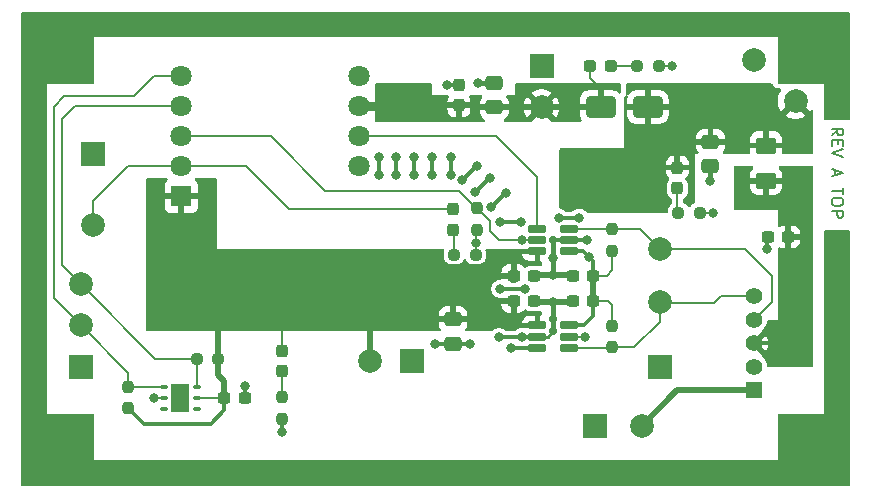
<source format=gtl>
%TF.GenerationSoftware,KiCad,Pcbnew,9.0.0-rc3-13-g9b184afb43*%
%TF.CreationDate,2025-02-16T14:58:27-08:00*%
%TF.ProjectId,Carrier_Board,43617272-6965-4725-9f42-6f6172642e6b,rev?*%
%TF.SameCoordinates,Original*%
%TF.FileFunction,Copper,L1,Top*%
%TF.FilePolarity,Positive*%
%FSLAX46Y46*%
G04 Gerber Fmt 4.6, Leading zero omitted, Abs format (unit mm)*
G04 Created by KiCad (PCBNEW 9.0.0-rc3-13-g9b184afb43) date 2025-02-16 14:58:27*
%MOMM*%
%LPD*%
G01*
G04 APERTURE LIST*
G04 Aperture macros list*
%AMRoundRect*
0 Rectangle with rounded corners*
0 $1 Rounding radius*
0 $2 $3 $4 $5 $6 $7 $8 $9 X,Y pos of 4 corners*
0 Add a 4 corners polygon primitive as box body*
4,1,4,$2,$3,$4,$5,$6,$7,$8,$9,$2,$3,0*
0 Add four circle primitives for the rounded corners*
1,1,$1+$1,$2,$3*
1,1,$1+$1,$4,$5*
1,1,$1+$1,$6,$7*
1,1,$1+$1,$8,$9*
0 Add four rect primitives between the rounded corners*
20,1,$1+$1,$2,$3,$4,$5,0*
20,1,$1+$1,$4,$5,$6,$7,0*
20,1,$1+$1,$6,$7,$8,$9,0*
20,1,$1+$1,$8,$9,$2,$3,0*%
G04 Aperture macros list end*
%TA.AperFunction,Conductor*%
%ADD10C,0.050000*%
%TD*%
%TA.AperFunction,Conductor*%
%ADD11C,0.200000*%
%TD*%
%ADD12C,0.150000*%
%TA.AperFunction,NonConductor*%
%ADD13C,0.150000*%
%TD*%
%TA.AperFunction,ComponentPad*%
%ADD14R,1.800000X1.800000*%
%TD*%
%TA.AperFunction,ComponentPad*%
%ADD15C,1.800000*%
%TD*%
%TA.AperFunction,ComponentPad*%
%ADD16C,2.000000*%
%TD*%
%TA.AperFunction,SMDPad,CuDef*%
%ADD17RoundRect,0.237500X-0.300000X-0.237500X0.300000X-0.237500X0.300000X0.237500X-0.300000X0.237500X0*%
%TD*%
%TA.AperFunction,SMDPad,CuDef*%
%ADD18RoundRect,0.162500X0.617500X0.162500X-0.617500X0.162500X-0.617500X-0.162500X0.617500X-0.162500X0*%
%TD*%
%TA.AperFunction,SMDPad,CuDef*%
%ADD19RoundRect,0.250000X0.475000X-0.337500X0.475000X0.337500X-0.475000X0.337500X-0.475000X-0.337500X0*%
%TD*%
%TA.AperFunction,SMDPad,CuDef*%
%ADD20RoundRect,0.237500X0.300000X0.237500X-0.300000X0.237500X-0.300000X-0.237500X0.300000X-0.237500X0*%
%TD*%
%TA.AperFunction,SMDPad,CuDef*%
%ADD21RoundRect,0.250000X-0.475000X0.337500X-0.475000X-0.337500X0.475000X-0.337500X0.475000X0.337500X0*%
%TD*%
%TA.AperFunction,SMDPad,CuDef*%
%ADD22RoundRect,0.237500X0.237500X-0.287500X0.237500X0.287500X-0.237500X0.287500X-0.237500X-0.287500X0*%
%TD*%
%TA.AperFunction,ComponentPad*%
%ADD23R,2.000000X2.000000*%
%TD*%
%TA.AperFunction,SMDPad,CuDef*%
%ADD24RoundRect,0.237500X-0.250000X-0.237500X0.250000X-0.237500X0.250000X0.237500X-0.250000X0.237500X0*%
%TD*%
%TA.AperFunction,SMDPad,CuDef*%
%ADD25RoundRect,0.162500X-0.617500X-0.162500X0.617500X-0.162500X0.617500X0.162500X-0.617500X0.162500X0*%
%TD*%
%TA.AperFunction,SMDPad,CuDef*%
%ADD26RoundRect,0.250000X-1.000000X-0.650000X1.000000X-0.650000X1.000000X0.650000X-1.000000X0.650000X0*%
%TD*%
%TA.AperFunction,SMDPad,CuDef*%
%ADD27RoundRect,0.237500X0.237500X-0.250000X0.237500X0.250000X-0.237500X0.250000X-0.237500X-0.250000X0*%
%TD*%
%TA.AperFunction,SMDPad,CuDef*%
%ADD28RoundRect,0.237500X0.287500X0.237500X-0.287500X0.237500X-0.287500X-0.237500X0.287500X-0.237500X0*%
%TD*%
%TA.AperFunction,SMDPad,CuDef*%
%ADD29RoundRect,0.237500X-0.237500X0.250000X-0.237500X-0.250000X0.237500X-0.250000X0.237500X0.250000X0*%
%TD*%
%TA.AperFunction,SMDPad,CuDef*%
%ADD30RoundRect,0.250001X-0.624999X0.462499X-0.624999X-0.462499X0.624999X-0.462499X0.624999X0.462499X0*%
%TD*%
%TA.AperFunction,SMDPad,CuDef*%
%ADD31RoundRect,0.237500X-0.237500X0.300000X-0.237500X-0.300000X0.237500X-0.300000X0.237500X0.300000X0*%
%TD*%
%TA.AperFunction,SMDPad,CuDef*%
%ADD32RoundRect,0.237500X0.250000X0.237500X-0.250000X0.237500X-0.250000X-0.237500X0.250000X-0.237500X0*%
%TD*%
%TA.AperFunction,SMDPad,CuDef*%
%ADD33RoundRect,0.100000X-0.200000X-0.100000X0.200000X-0.100000X0.200000X0.100000X-0.200000X0.100000X0*%
%TD*%
%TA.AperFunction,SMDPad,CuDef*%
%ADD34R,1.500000X2.400000*%
%TD*%
%TA.AperFunction,ComponentPad*%
%ADD35R,1.400000X1.400000*%
%TD*%
%TA.AperFunction,ComponentPad*%
%ADD36C,1.400000*%
%TD*%
%TA.AperFunction,ViaPad*%
%ADD37C,0.800000*%
%TD*%
%TA.AperFunction,ViaPad*%
%ADD38C,0.700000*%
%TD*%
%TA.AperFunction,ViaPad*%
%ADD39C,5.000000*%
%TD*%
%TA.AperFunction,Conductor*%
%ADD40C,0.750000*%
%TD*%
%TA.AperFunction,Conductor*%
%ADD41C,0.300000*%
%TD*%
%TA.AperFunction,Conductor*%
%ADD42C,0.500000*%
%TD*%
%TA.AperFunction,Conductor*%
%ADD43C,0.400000*%
%TD*%
%TA.AperFunction,Conductor*%
%ADD44C,0.350000*%
%TD*%
%TA.AperFunction,Conductor*%
%ADD45C,0.250000*%
%TD*%
G04 APERTURE END LIST*
%TO.N,GND*%
D10*
X115000000Y-80000000D02*
X121000000Y-80000000D01*
X121000000Y-86000000D01*
X115000000Y-86000000D01*
X115000000Y-80000000D01*
%TA.AperFunction,Conductor*%
G36*
X115000000Y-80000000D02*
G01*
X121000000Y-80000000D01*
X121000000Y-86000000D01*
X115000000Y-86000000D01*
X115000000Y-80000000D01*
G37*
%TD.AperFunction*%
D11*
X115000000Y-118000000D02*
X185000000Y-118000000D01*
X185000000Y-120000000D01*
X115000000Y-120000000D01*
X115000000Y-118000000D01*
%TA.AperFunction,Conductor*%
G36*
X115000000Y-118000000D02*
G01*
X185000000Y-118000000D01*
X185000000Y-120000000D01*
X115000000Y-120000000D01*
X115000000Y-118000000D01*
G37*
%TD.AperFunction*%
D10*
X179000000Y-114000000D02*
X185000000Y-114000000D01*
X185000000Y-120000000D01*
X179000000Y-120000000D01*
X179000000Y-114000000D01*
%TA.AperFunction,Conductor*%
G36*
X179000000Y-114000000D02*
G01*
X185000000Y-114000000D01*
X185000000Y-120000000D01*
X179000000Y-120000000D01*
X179000000Y-114000000D01*
G37*
%TD.AperFunction*%
X179000000Y-80000000D02*
X185000000Y-80000000D01*
X185000000Y-86000000D01*
X179000000Y-86000000D01*
X179000000Y-80000000D01*
%TA.AperFunction,Conductor*%
G36*
X179000000Y-80000000D02*
G01*
X185000000Y-80000000D01*
X185000000Y-86000000D01*
X179000000Y-86000000D01*
X179000000Y-80000000D01*
G37*
%TD.AperFunction*%
D11*
X185000000Y-89000000D02*
X183000000Y-89000000D01*
X183000000Y-80000000D01*
X185000000Y-80000000D01*
X185000000Y-89000000D01*
%TA.AperFunction,Conductor*%
G36*
X185000000Y-89000000D02*
G01*
X183000000Y-89000000D01*
X183000000Y-80000000D01*
X185000000Y-80000000D01*
X185000000Y-89000000D01*
G37*
%TD.AperFunction*%
D10*
X121000000Y-120000000D02*
X115000000Y-120000000D01*
X115000000Y-114000000D01*
X121000000Y-114000000D01*
X121000000Y-120000000D01*
%TA.AperFunction,Conductor*%
G36*
X121000000Y-120000000D02*
G01*
X115000000Y-120000000D01*
X115000000Y-114000000D01*
X121000000Y-114000000D01*
X121000000Y-120000000D01*
G37*
%TD.AperFunction*%
D11*
X117000000Y-120000000D02*
X115000000Y-120000000D01*
X115000000Y-80000000D01*
X117000000Y-80000000D01*
X117000000Y-120000000D01*
%TA.AperFunction,Conductor*%
G36*
X117000000Y-120000000D02*
G01*
X115000000Y-120000000D01*
X115000000Y-80000000D01*
X117000000Y-80000000D01*
X117000000Y-120000000D01*
G37*
%TD.AperFunction*%
X185000000Y-120000000D02*
X183000000Y-120000000D01*
X183000000Y-98500000D01*
X185000000Y-98500000D01*
X185000000Y-120000000D01*
%TA.AperFunction,Conductor*%
G36*
X185000000Y-120000000D02*
G01*
X183000000Y-120000000D01*
X183000000Y-98500000D01*
X185000000Y-98500000D01*
X185000000Y-120000000D01*
G37*
%TD.AperFunction*%
X115000000Y-80000000D02*
X185000000Y-80000000D01*
X185000000Y-82000000D01*
X115000000Y-82000000D01*
X115000000Y-80000000D01*
%TA.AperFunction,Conductor*%
G36*
X115000000Y-80000000D02*
G01*
X185000000Y-80000000D01*
X185000000Y-82000000D01*
X115000000Y-82000000D01*
X115000000Y-80000000D01*
G37*
%TD.AperFunction*%
D12*
D13*
X183545180Y-90408207D02*
X184021371Y-90074874D01*
X183545180Y-89836779D02*
X184545180Y-89836779D01*
X184545180Y-89836779D02*
X184545180Y-90217731D01*
X184545180Y-90217731D02*
X184497561Y-90312969D01*
X184497561Y-90312969D02*
X184449942Y-90360588D01*
X184449942Y-90360588D02*
X184354704Y-90408207D01*
X184354704Y-90408207D02*
X184211847Y-90408207D01*
X184211847Y-90408207D02*
X184116609Y-90360588D01*
X184116609Y-90360588D02*
X184068990Y-90312969D01*
X184068990Y-90312969D02*
X184021371Y-90217731D01*
X184021371Y-90217731D02*
X184021371Y-89836779D01*
X184068990Y-90836779D02*
X184068990Y-91170112D01*
X183545180Y-91312969D02*
X183545180Y-90836779D01*
X183545180Y-90836779D02*
X184545180Y-90836779D01*
X184545180Y-90836779D02*
X184545180Y-91312969D01*
X184545180Y-91598684D02*
X183545180Y-91932017D01*
X183545180Y-91932017D02*
X184545180Y-92265350D01*
X183830895Y-93312970D02*
X183830895Y-93789160D01*
X183545180Y-93217732D02*
X184545180Y-93551065D01*
X184545180Y-93551065D02*
X183545180Y-93884398D01*
X184545180Y-94836780D02*
X184545180Y-95408208D01*
X183545180Y-95122494D02*
X184545180Y-95122494D01*
X184545180Y-95932018D02*
X184545180Y-96122494D01*
X184545180Y-96122494D02*
X184497561Y-96217732D01*
X184497561Y-96217732D02*
X184402323Y-96312970D01*
X184402323Y-96312970D02*
X184211847Y-96360589D01*
X184211847Y-96360589D02*
X183878514Y-96360589D01*
X183878514Y-96360589D02*
X183688038Y-96312970D01*
X183688038Y-96312970D02*
X183592800Y-96217732D01*
X183592800Y-96217732D02*
X183545180Y-96122494D01*
X183545180Y-96122494D02*
X183545180Y-95932018D01*
X183545180Y-95932018D02*
X183592800Y-95836780D01*
X183592800Y-95836780D02*
X183688038Y-95741542D01*
X183688038Y-95741542D02*
X183878514Y-95693923D01*
X183878514Y-95693923D02*
X184211847Y-95693923D01*
X184211847Y-95693923D02*
X184402323Y-95741542D01*
X184402323Y-95741542D02*
X184497561Y-95836780D01*
X184497561Y-95836780D02*
X184545180Y-95932018D01*
X183545180Y-96789161D02*
X184545180Y-96789161D01*
X184545180Y-96789161D02*
X184545180Y-97170113D01*
X184545180Y-97170113D02*
X184497561Y-97265351D01*
X184497561Y-97265351D02*
X184449942Y-97312970D01*
X184449942Y-97312970D02*
X184354704Y-97360589D01*
X184354704Y-97360589D02*
X184211847Y-97360589D01*
X184211847Y-97360589D02*
X184116609Y-97312970D01*
X184116609Y-97312970D02*
X184068990Y-97265351D01*
X184068990Y-97265351D02*
X184021371Y-97170113D01*
X184021371Y-97170113D02*
X184021371Y-96789161D01*
%TD*%
D14*
%TO.P,U1,1,3V3*%
%TO.N,3V3*%
X128500000Y-95540000D03*
D15*
%TO.P,U1,2,GPIO5*%
%TO.N,/STATUS_LED*%
X128500000Y-93000000D03*
%TO.P,U1,3,GPIO6*%
%TO.N,/CN105_OE*%
X128500000Y-90460000D03*
%TO.P,U1,4,GPIO7*%
%TO.N,/MODULE_SCL*%
X128500000Y-87920000D03*
%TO.P,U1,5,GPIO8*%
%TO.N,/MODULE_SDA*%
X128500000Y-85380000D03*
%TO.P,U1,6,GND*%
%TO.N,GND*%
X143500000Y-85380000D03*
%TO.P,U1,7,5V*%
%TO.N,5V_MODULE*%
X143500000Y-87920000D03*
%TO.P,U1,8,GPIO38*%
%TO.N,/CN105_TX_IN_3V3*%
X143500000Y-90460000D03*
%TO.P,U1,9,GPIO39*%
%TO.N,/CN105_RX_OUT_3V3*%
X143500000Y-93000000D03*
%TD*%
D16*
%TO.P,TP6,1,1*%
%TO.N,/MODULE_SCL*%
X120000000Y-103000000D03*
%TD*%
D17*
%TO.P,C10,1*%
%TO.N,GND*%
X161637500Y-102275000D03*
%TO.P,C10,2*%
%TO.N,5V_CN105*%
X163362500Y-102275000D03*
%TD*%
D18*
%TO.P,U4,1,VCCA*%
%TO.N,5V_CN105*%
X161350000Y-100225000D03*
%TO.P,U4,2,GND*%
%TO.N,GND*%
X161350000Y-99275000D03*
%TO.P,U4,3,A*%
%TO.N,/CN105_TX_IN*%
X161350000Y-98325000D03*
%TO.P,U4,4,BY*%
%TO.N,/CN105_TX_IN_3V3*%
X158650000Y-98325000D03*
%TO.P,U4,5,OE*%
%TO.N,/CN105_OE*%
X158650000Y-99275000D03*
%TO.P,U4,6,VCCB*%
%TO.N,3V3*%
X158650000Y-100225000D03*
%TD*%
D16*
%TO.P,TP4,1,1*%
%TO.N,3V3*%
X144500000Y-109500000D03*
%TD*%
D19*
%TO.P,C5,1*%
%TO.N,GND*%
X173300000Y-93037500D03*
%TO.P,C5,2*%
%TO.N,5V_CN105*%
X173300000Y-90962500D03*
%TD*%
D20*
%TO.P,C8,1*%
%TO.N,GND*%
X158362500Y-102275000D03*
%TO.P,C8,2*%
%TO.N,3V3*%
X156637500Y-102275000D03*
%TD*%
D21*
%TO.P,C4,1*%
%TO.N,GND*%
X155000000Y-85962500D03*
%TO.P,C4,2*%
%TO.N,5V_MODULE*%
X155000000Y-88037500D03*
%TD*%
D22*
%TO.P,D2,1,K*%
%TO.N,Net-(D2-K)*%
X151500000Y-98375000D03*
%TO.P,D2,2,A*%
%TO.N,/STATUS_LED*%
X151500000Y-96625000D03*
%TD*%
D23*
%TO.P,TP2,1,1*%
%TO.N,GND*%
X148000000Y-109500000D03*
%TD*%
D24*
%TO.P,R6,1*%
%TO.N,Net-(D4-K)*%
X170587500Y-97000000D03*
%TO.P,R6,2*%
%TO.N,GND*%
X172412500Y-97000000D03*
%TD*%
D25*
%TO.P,U3,1,VCCA*%
%TO.N,3V3*%
X158650000Y-106500000D03*
%TO.P,U3,2,GND*%
%TO.N,GND*%
X158650000Y-107450000D03*
%TO.P,U3,3,A*%
%TO.N,/CN105_RX_OUT_3V3*%
X158650000Y-108400000D03*
%TO.P,U3,4,BY*%
%TO.N,/CN105_RX_OUT*%
X161350000Y-108400000D03*
%TO.P,U3,5,OE*%
%TO.N,/CN105_OE*%
X161350000Y-107450000D03*
%TO.P,U3,6,VCCB*%
%TO.N,5V_CN105*%
X161350000Y-106500000D03*
%TD*%
D23*
%TO.P,TP16,1,1*%
%TO.N,GND*%
X169000000Y-110000000D03*
%TD*%
D26*
%TO.P,D5,1,K*%
%TO.N,5V_MODULE*%
X164000000Y-88000000D03*
%TO.P,D5,2,A*%
%TO.N,5V_CN105*%
X168000000Y-88000000D03*
%TD*%
D19*
%TO.P,C2,1*%
%TO.N,GND*%
X151500000Y-108037500D03*
%TO.P,C2,2*%
%TO.N,3V3*%
X151500000Y-105962500D03*
%TD*%
D16*
%TO.P,TP11,1,1*%
%TO.N,GND*%
X177000000Y-84000000D03*
%TD*%
D27*
%TO.P,R5,1*%
%TO.N,3V3*%
X124000000Y-113512500D03*
%TO.P,R5,2*%
%TO.N,/MODULE_SDA*%
X124000000Y-111687500D03*
%TD*%
D23*
%TO.P,TP3,1,1*%
%TO.N,GND*%
X121000000Y-92000000D03*
%TD*%
D17*
%TO.P,C6,1*%
%TO.N,GND*%
X178137500Y-99000000D03*
%TO.P,C6,2*%
%TO.N,/CN105_5V_IN*%
X179862500Y-99000000D03*
%TD*%
D28*
%TO.P,D3,1,K*%
%TO.N,Net-(D3-K)*%
X164875000Y-84500000D03*
%TO.P,D3,2,A*%
%TO.N,5V_MODULE*%
X163125000Y-84500000D03*
%TD*%
D22*
%TO.P,D1,1,K*%
%TO.N,Net-(D1-K)*%
X137000000Y-110375000D03*
%TO.P,D1,2,A*%
%TO.N,3V3*%
X137000000Y-108625000D03*
%TD*%
D23*
%TO.P,TP9,1,1*%
%TO.N,GND*%
X159000000Y-84500000D03*
%TD*%
D29*
%TO.P,R1,1*%
%TO.N,Net-(D1-K)*%
X137000000Y-112587500D03*
%TO.P,R1,2*%
%TO.N,GND*%
X137000000Y-114412500D03*
%TD*%
D27*
%TO.P,R8,1*%
%TO.N,5V_CN105*%
X165000000Y-100162500D03*
%TO.P,R8,2*%
%TO.N,/CN105_TX_IN*%
X165000000Y-98337500D03*
%TD*%
D24*
%TO.P,R3,1*%
%TO.N,Net-(D3-K)*%
X167087500Y-84500000D03*
%TO.P,R3,2*%
%TO.N,GND*%
X168912500Y-84500000D03*
%TD*%
D16*
%TO.P,TP7,1,1*%
%TO.N,/MODULE_SDA*%
X120000000Y-106500000D03*
%TD*%
%TO.P,TP8,1,1*%
%TO.N,5V_MODULE*%
X159000000Y-88000000D03*
%TD*%
D29*
%TO.P,R9,1*%
%TO.N,5V_CN105*%
X165000000Y-106537500D03*
%TO.P,R9,2*%
%TO.N,/CN105_RX_OUT*%
X165000000Y-108362500D03*
%TD*%
D30*
%TO.P,F1,1*%
%TO.N,5V_CN105*%
X178000000Y-91262500D03*
%TO.P,F1,2*%
%TO.N,/CN105_5V_IN*%
X178000000Y-94237500D03*
%TD*%
D16*
%TO.P,TP10,1,1*%
%TO.N,5V_CN105*%
X180500000Y-87500000D03*
%TD*%
%TO.P,TP1,1,1*%
%TO.N,/STATUS_LED*%
X121000000Y-98000000D03*
%TD*%
D22*
%TO.P,D4,1,K*%
%TO.N,Net-(D4-K)*%
X170500000Y-94875000D03*
%TO.P,D4,2,A*%
%TO.N,5V_CN105*%
X170500000Y-93125000D03*
%TD*%
D17*
%TO.P,C9,1*%
%TO.N,GND*%
X161637500Y-104450000D03*
%TO.P,C9,2*%
%TO.N,5V_CN105*%
X163362500Y-104450000D03*
%TD*%
D16*
%TO.P,TP12,1,1*%
%TO.N,/12V*%
X167500000Y-115000000D03*
%TD*%
D29*
%TO.P,R7,1*%
%TO.N,/CN105_OE*%
X153500000Y-96587500D03*
%TO.P,R7,2*%
%TO.N,GND*%
X153500000Y-98412500D03*
%TD*%
D31*
%TO.P,C3,1*%
%TO.N,GND*%
X152000000Y-86137500D03*
%TO.P,C3,2*%
%TO.N,5V_MODULE*%
X152000000Y-87862500D03*
%TD*%
D20*
%TO.P,C7,1*%
%TO.N,GND*%
X158362500Y-104450000D03*
%TO.P,C7,2*%
%TO.N,3V3*%
X156637500Y-104450000D03*
%TD*%
D32*
%TO.P,R4,1*%
%TO.N,3V3*%
X131612500Y-109300000D03*
%TO.P,R4,2*%
%TO.N,/MODULE_SCL*%
X129787500Y-109300000D03*
%TD*%
D23*
%TO.P,TP13,1,1*%
%TO.N,GND*%
X163500000Y-115000000D03*
%TD*%
D33*
%TO.P,U2,1,SDA*%
%TO.N,/MODULE_SDA*%
X127000000Y-111700000D03*
%TO.P,U2,2,GND*%
%TO.N,GND*%
X127000000Y-112650000D03*
%TO.P,U2,3,NC*%
%TO.N,unconnected-(U2-NC-Pad3)*%
X127000000Y-113600000D03*
%TO.P,U2,4,NC*%
%TO.N,unconnected-(U2-NC-Pad4)*%
X129800000Y-113600000D03*
%TO.P,U2,5,VCC*%
%TO.N,3V3*%
X129800000Y-112650000D03*
%TO.P,U2,6,SCL*%
%TO.N,/MODULE_SCL*%
X129800000Y-111700000D03*
D34*
%TO.P,U2,7,DAP*%
%TO.N,unconnected-(U2-DAP-Pad7)*%
X128400000Y-112650000D03*
%TD*%
D17*
%TO.P,C1,1*%
%TO.N,3V3*%
X132137500Y-112650000D03*
%TO.P,C1,2*%
%TO.N,GND*%
X133862500Y-112650000D03*
%TD*%
D35*
%TO.P,J1,1,Pin_1*%
%TO.N,/12V*%
X177000000Y-112000000D03*
D36*
%TO.P,J1,2,Pin_2*%
%TO.N,GND*%
X177000000Y-110000000D03*
%TO.P,J1,3,Pin_3*%
%TO.N,/CN105_5V_IN*%
X177000000Y-108000000D03*
%TO.P,J1,4,Pin_4*%
%TO.N,/CN105_TX_IN*%
X177000000Y-106000000D03*
%TO.P,J1,5,Pin_5*%
%TO.N,/CN105_RX_OUT*%
X177000000Y-104000000D03*
%TD*%
D16*
%TO.P,TP14,1,1*%
%TO.N,/CN105_TX_IN*%
X169000000Y-100000000D03*
%TD*%
%TO.P,TP15,1,1*%
%TO.N,/CN105_RX_OUT*%
X169000000Y-104500000D03*
%TD*%
D23*
%TO.P,TP5,1,1*%
%TO.N,GND*%
X120000000Y-110000000D03*
%TD*%
D24*
%TO.P,R2,1*%
%TO.N,Net-(D2-K)*%
X151587500Y-100500000D03*
%TO.P,R2,2*%
%TO.N,GND*%
X153412500Y-100500000D03*
%TD*%
D37*
%TO.N,GND*%
X152300000Y-94200000D03*
X153500000Y-93000000D03*
X145200000Y-92200000D03*
X145200000Y-93800000D03*
X146700000Y-92200000D03*
X146700000Y-93800000D03*
X148200000Y-92200000D03*
X148200000Y-93800000D03*
X136000000Y-81000000D03*
X116000000Y-107000000D03*
D38*
X160000000Y-99225000D03*
D39*
X118000000Y-117000000D03*
D37*
X173500000Y-97000000D03*
X116000000Y-85000000D03*
X120000000Y-85000000D03*
X120000000Y-83000000D03*
X166000000Y-81000000D03*
X184000000Y-87000000D03*
X160000000Y-104500000D03*
X149700000Y-92200000D03*
X116000000Y-115000000D03*
X130000000Y-81000000D03*
X182000000Y-81000000D03*
X184000000Y-101000000D03*
X156000000Y-81000000D03*
X151000000Y-86137500D03*
X116000000Y-105000000D03*
X120000000Y-119000000D03*
X184000000Y-99000000D03*
X153400000Y-95200000D03*
X118000000Y-81000000D03*
X152962500Y-108037500D03*
X172000000Y-119000000D03*
X148000000Y-119000000D03*
X184000000Y-81000000D03*
X134000000Y-119000000D03*
X155400000Y-107500000D03*
X136000000Y-119000000D03*
X160000000Y-100775000D03*
X176000000Y-119000000D03*
X162850000Y-99275000D03*
X158000000Y-81000000D03*
X122000000Y-119000000D03*
X170000000Y-81000000D03*
X184000000Y-103000000D03*
X160000000Y-81000000D03*
X173300000Y-94250000D03*
X128000000Y-81000000D03*
X150000000Y-108037500D03*
X132000000Y-119000000D03*
X184000000Y-83000000D03*
X130000000Y-119000000D03*
X174000000Y-81000000D03*
X120000000Y-115000000D03*
X184000000Y-111000000D03*
X116000000Y-89000000D03*
X178100000Y-100000000D03*
X116000000Y-97000000D03*
X180000000Y-83000000D03*
X162000000Y-119000000D03*
X184000000Y-117000000D03*
X116000000Y-91000000D03*
X116000000Y-119000000D03*
X152000000Y-81000000D03*
X154000000Y-81000000D03*
X142000000Y-81000000D03*
X164000000Y-119000000D03*
X128000000Y-119000000D03*
X116000000Y-87000000D03*
X126000000Y-81000000D03*
X138000000Y-119000000D03*
X176000000Y-81000000D03*
X151300000Y-92200000D03*
X151300000Y-93800000D03*
X146000000Y-81000000D03*
X154750000Y-96500000D03*
X120000000Y-81000000D03*
X116000000Y-93000000D03*
X157250000Y-97750000D03*
X116000000Y-111000000D03*
X118000000Y-119000000D03*
X134000000Y-81000000D03*
X182000000Y-119000000D03*
X184000000Y-115000000D03*
X144000000Y-119000000D03*
X164000000Y-81000000D03*
X148000000Y-81000000D03*
X184000000Y-85000000D03*
X155500000Y-97750000D03*
X120000000Y-117000000D03*
X157316228Y-107451315D03*
X180000000Y-117000000D03*
D38*
X160000000Y-105950000D03*
D37*
X146000000Y-119000000D03*
X124000000Y-81000000D03*
X116000000Y-81000000D03*
X158000000Y-119000000D03*
X180000000Y-115000000D03*
X162200000Y-97400000D03*
X153412500Y-99500000D03*
X184000000Y-107000000D03*
X137000000Y-115500000D03*
X140000000Y-119000000D03*
X116000000Y-103000000D03*
X126150000Y-112650000D03*
X182000000Y-85000000D03*
X160450000Y-97400000D03*
X140000000Y-81000000D03*
X150000000Y-81000000D03*
X182000000Y-115000000D03*
X132000000Y-81000000D03*
X116000000Y-109000000D03*
D39*
X118000000Y-83000000D03*
D37*
X155975000Y-95275000D03*
X178000000Y-81000000D03*
X126000000Y-119000000D03*
X168000000Y-81000000D03*
X118000000Y-85000000D03*
X118000000Y-115000000D03*
X142000000Y-119000000D03*
X153593750Y-85962500D03*
X124000000Y-119000000D03*
X184000000Y-113000000D03*
X138000000Y-81000000D03*
X174000000Y-119000000D03*
X152000000Y-119000000D03*
X144000000Y-81000000D03*
X116000000Y-117000000D03*
X116000000Y-101000000D03*
D39*
X182000000Y-117000000D03*
D38*
X160000000Y-107000000D03*
D37*
X180000000Y-81000000D03*
X155500000Y-103400000D03*
X184000000Y-109000000D03*
X149700000Y-93800000D03*
X170000000Y-84500000D03*
X180000000Y-85000000D03*
X168000000Y-119000000D03*
X156000000Y-119000000D03*
X172000000Y-81000000D03*
X178000000Y-119000000D03*
X116000000Y-83000000D03*
X166000000Y-119000000D03*
X180000000Y-119000000D03*
D39*
X182000000Y-83000000D03*
D37*
X160000000Y-102225000D03*
X184000000Y-119000000D03*
X162000000Y-81000000D03*
X133862500Y-111650000D03*
X150000000Y-119000000D03*
X160000000Y-119000000D03*
X184000000Y-105000000D03*
X116000000Y-95000000D03*
X116000000Y-113000000D03*
X170000000Y-119000000D03*
X122000000Y-81000000D03*
X157600000Y-103400000D03*
X154000000Y-119000000D03*
X154600000Y-94000000D03*
X116000000Y-99000000D03*
%TO.N,5V_CN105*%
X161400000Y-95600000D03*
X161400000Y-96500000D03*
X163000000Y-100700000D03*
X162400000Y-95600000D03*
%TO.N,/CN105_OE*%
X162700000Y-107450000D03*
X157300000Y-99300000D03*
%TO.N,/CN105_RX_OUT_3V3*%
X156400000Y-108400000D03*
%TD*%
D40*
%TO.N,5V_MODULE*%
X143500000Y-87920000D02*
X145380000Y-87920000D01*
D41*
%TO.N,GND*%
X152300000Y-94200000D02*
X153500000Y-93000000D01*
X145200000Y-92200000D02*
X145200000Y-93800000D01*
D11*
%TO.N,/CN105_OE*%
X153487500Y-96587500D02*
X152000000Y-95100000D01*
X136060000Y-90460000D02*
X128500000Y-90460000D01*
X153500000Y-96587500D02*
X153487500Y-96587500D01*
X152000000Y-95100000D02*
X140700000Y-95100000D01*
X140700000Y-95100000D02*
X136060000Y-90460000D01*
%TO.N,/STATUS_LED*%
X134000000Y-93000000D02*
X128500000Y-93000000D01*
X151500000Y-96625000D02*
X137625000Y-96625000D01*
X137625000Y-96625000D02*
X134000000Y-93000000D01*
D41*
%TO.N,GND*%
X146700000Y-92200000D02*
X146700000Y-93800000D01*
X148200000Y-92200000D02*
X148200000Y-93800000D01*
D11*
%TO.N,/CN105_TX_IN_3V3*%
X155160000Y-90460000D02*
X143500000Y-90460000D01*
X158650000Y-93950000D02*
X155160000Y-90460000D01*
X158650000Y-98325000D02*
X158650000Y-93950000D01*
%TO.N,/MODULE_SDA*%
X117700000Y-88000000D02*
X117700000Y-104200000D01*
X117700000Y-104200000D02*
X120000000Y-106500000D01*
X118600000Y-87100000D02*
X117700000Y-88000000D01*
X124500000Y-87100000D02*
X118600000Y-87100000D01*
X126220000Y-85380000D02*
X124500000Y-87100000D01*
X128500000Y-85380000D02*
X126220000Y-85380000D01*
%TO.N,/MODULE_SCL*%
X119480000Y-87920000D02*
X128500000Y-87920000D01*
X118400000Y-89000000D02*
X119480000Y-87920000D01*
X120000000Y-103000000D02*
X118400000Y-101400000D01*
X118400000Y-101400000D02*
X118400000Y-89000000D01*
%TO.N,/STATUS_LED*%
X121000000Y-96000000D02*
X124000000Y-93000000D01*
X124000000Y-93000000D02*
X128500000Y-93000000D01*
X121000000Y-98000000D02*
X121000000Y-96000000D01*
D42*
%TO.N,5V_MODULE*%
X151942500Y-87920000D02*
X152000000Y-87862500D01*
D41*
%TO.N,GND*%
X151300000Y-92200000D02*
X151300000Y-93800000D01*
X151000000Y-86137500D02*
X152000000Y-86137500D01*
X157250000Y-97750000D02*
X155500000Y-97750000D01*
D11*
X127000000Y-112650000D02*
X126900000Y-112650000D01*
D43*
X154956250Y-85962500D02*
X153593750Y-85962500D01*
D44*
X150000000Y-108037500D02*
X151462500Y-108037500D01*
D42*
X160150000Y-102225000D02*
X158412500Y-102225000D01*
D11*
X126650000Y-112650000D02*
X126150000Y-112650000D01*
X172412500Y-97000000D02*
X173500000Y-97000000D01*
D43*
X173300000Y-94250000D02*
X173300000Y-93037500D01*
D41*
X157600000Y-103400000D02*
X155500000Y-103400000D01*
D11*
X153412500Y-99500000D02*
X153412500Y-100500000D01*
D44*
X178100000Y-100000000D02*
X178100000Y-99037500D01*
D43*
X160000000Y-102225000D02*
X160000000Y-100775000D01*
D42*
X159850000Y-104500000D02*
X161587500Y-104500000D01*
D41*
X158750000Y-107450000D02*
X157500000Y-107450000D01*
D45*
X159550000Y-107450000D02*
X160000000Y-107000000D01*
D41*
X161350000Y-99275000D02*
X162850000Y-99275000D01*
D11*
X153412500Y-99500000D02*
X153412500Y-98500000D01*
D44*
X152962500Y-108037500D02*
X151500000Y-108037500D01*
D41*
X149700000Y-92200000D02*
X149700000Y-93800000D01*
X153400000Y-95200000D02*
X154600000Y-94000000D01*
X133862500Y-112650000D02*
X133862500Y-111650000D01*
D11*
X160000000Y-104500000D02*
X159850000Y-104500000D01*
D42*
X161587500Y-104500000D02*
X161637500Y-104450000D01*
D11*
X168912500Y-84500000D02*
X170000000Y-84500000D01*
D43*
X160000000Y-105950000D02*
X160000000Y-107000000D01*
D41*
X162200000Y-97400000D02*
X160450000Y-97400000D01*
X157267543Y-107500000D02*
X157316228Y-107451315D01*
X154750000Y-96500000D02*
X155975000Y-95275000D01*
D43*
X160000000Y-105950000D02*
X160000000Y-104500000D01*
D45*
X158650000Y-107450000D02*
X159550000Y-107450000D01*
D43*
X160000000Y-100775000D02*
X160000000Y-99225000D01*
D11*
X126650000Y-112650000D02*
X126400000Y-112650000D01*
D41*
X155400000Y-107500000D02*
X157267543Y-107500000D01*
X137000000Y-114500000D02*
X137000000Y-115500000D01*
D11*
X127000000Y-112650000D02*
X126650000Y-112650000D01*
D41*
X161500000Y-99225000D02*
X160000000Y-99225000D01*
X155600000Y-107500000D02*
X155400000Y-107500000D01*
D42*
X158712500Y-104500000D02*
X159850000Y-104500000D01*
X161287500Y-102225000D02*
X160150000Y-102225000D01*
D11*
%TO.N,5V_CN105*%
X164525000Y-102275000D02*
X163362500Y-102275000D01*
X161400000Y-106550000D02*
X161350000Y-106500000D01*
X164650000Y-104450000D02*
X163362500Y-104450000D01*
D44*
X161350000Y-100225000D02*
X162525000Y-100225000D01*
X163000000Y-100700000D02*
X163362500Y-101062500D01*
D11*
X165000000Y-106537500D02*
X165000000Y-104800000D01*
X165000000Y-101800000D02*
X164525000Y-102275000D01*
D44*
X163362500Y-105737500D02*
X163362500Y-104450000D01*
X163362500Y-101062500D02*
X163362500Y-102275000D01*
X162525000Y-100225000D02*
X163000000Y-100700000D01*
D42*
X163362500Y-102275000D02*
X163362500Y-104450000D01*
D44*
X162600000Y-106500000D02*
X163362500Y-105737500D01*
X161350000Y-106500000D02*
X162600000Y-106500000D01*
D11*
X165000000Y-100162500D02*
X165000000Y-101800000D01*
X165000000Y-104800000D02*
X164650000Y-104450000D01*
D41*
%TO.N,3V3*%
X124012500Y-113512500D02*
X124000000Y-113512500D01*
D11*
X137000000Y-108625000D02*
X137000000Y-106700000D01*
D41*
X132137500Y-112650000D02*
X132137500Y-113662500D01*
D42*
X132137500Y-111237500D02*
X132137500Y-112650000D01*
X131612500Y-109300000D02*
X131612500Y-110712500D01*
D41*
X131000000Y-114800000D02*
X125300000Y-114800000D01*
X125300000Y-114800000D02*
X124012500Y-113512500D01*
D42*
X144500000Y-109500000D02*
X144500000Y-106400000D01*
D11*
X129800000Y-112650000D02*
X132137500Y-112650000D01*
D42*
X131612500Y-109300000D02*
X131612500Y-106412500D01*
D41*
X132137500Y-113662500D02*
X131000000Y-114800000D01*
D11*
X156325000Y-102275000D02*
X156637500Y-102275000D01*
D42*
X131612500Y-110712500D02*
X132137500Y-111237500D01*
D11*
%TO.N,5V_MODULE*%
X164000000Y-86400000D02*
X164000000Y-88000000D01*
D42*
X153062500Y-87862500D02*
X152000000Y-87862500D01*
X155000000Y-88037500D02*
X153237500Y-88037500D01*
D11*
X163125000Y-85525000D02*
X164000000Y-86400000D01*
X158962500Y-88037500D02*
X159000000Y-88000000D01*
X152175000Y-88037500D02*
X152000000Y-87862500D01*
D42*
X155000000Y-88037500D02*
X158962500Y-88037500D01*
X164000000Y-88000000D02*
X159000000Y-88000000D01*
X153237500Y-88037500D02*
X153062500Y-87862500D01*
D11*
X163125000Y-84500000D02*
X163125000Y-85525000D01*
D44*
%TO.N,/CN105_5V_IN*%
X177000000Y-108000000D02*
X179000000Y-108000000D01*
D11*
%TO.N,/MODULE_SCL*%
X126300000Y-109300000D02*
X130087500Y-109300000D01*
X129800000Y-111700000D02*
X129800000Y-109312500D01*
X120000000Y-103000000D02*
X126300000Y-109300000D01*
%TO.N,/MODULE_SDA*%
X124000000Y-111687500D02*
X126987500Y-111687500D01*
X120000000Y-106500000D02*
X124000000Y-110500000D01*
X126987500Y-111687500D02*
X127000000Y-111700000D01*
X124000000Y-110500000D02*
X124000000Y-111387500D01*
%TO.N,Net-(D1-K)*%
X137000000Y-110375000D02*
X137000000Y-112587500D01*
%TO.N,Net-(D3-K)*%
X164875000Y-84500000D02*
X167087500Y-84500000D01*
%TO.N,Net-(D4-K)*%
X170500000Y-94875000D02*
X170500000Y-96912500D01*
X170500000Y-96912500D02*
X170587500Y-97000000D01*
%TO.N,/CN105_OE*%
X155400000Y-99300000D02*
X158625000Y-99300000D01*
X153500000Y-96587500D02*
X154600000Y-97687500D01*
X158625000Y-99300000D02*
X158650000Y-99275000D01*
X154600000Y-97687500D02*
X154600000Y-98500000D01*
X162700000Y-107450000D02*
X161350000Y-107450000D01*
X154600000Y-98500000D02*
X155400000Y-99300000D01*
D42*
%TO.N,/12V*%
X177000000Y-112000000D02*
X170500000Y-112000000D01*
X170500000Y-112000000D02*
X167500000Y-115000000D01*
D11*
%TO.N,/CN105_TX_IN*%
X176200000Y-100000000D02*
X178500000Y-102300000D01*
X167337500Y-98337500D02*
X169000000Y-100000000D01*
X178500000Y-104500000D02*
X177000000Y-106000000D01*
X164987500Y-98325000D02*
X165000000Y-98337500D01*
X169000000Y-100000000D02*
X176200000Y-100000000D01*
X178500000Y-102300000D02*
X178500000Y-104500000D01*
X161350000Y-98325000D02*
X164987500Y-98325000D01*
X165000000Y-98337500D02*
X167337500Y-98337500D01*
%TO.N,/CN105_RX_OUT*%
X169000000Y-106200000D02*
X169000000Y-104500000D01*
X161350000Y-108400000D02*
X164962500Y-108400000D01*
X173600000Y-104600000D02*
X174200000Y-104000000D01*
X174200000Y-104000000D02*
X177000000Y-104000000D01*
X164962500Y-108400000D02*
X165000000Y-108362500D01*
X166837500Y-108362500D02*
X169000000Y-106200000D01*
X169000000Y-104500000D02*
X169100000Y-104600000D01*
X169100000Y-104600000D02*
X173600000Y-104600000D01*
X165000000Y-108362500D02*
X166837500Y-108362500D01*
D41*
%TO.N,/CN105_RX_OUT_3V3*%
X156400000Y-108400000D02*
X158400000Y-108400000D01*
X158400000Y-108400000D02*
X158500000Y-108500000D01*
D11*
%TO.N,Net-(D2-K)*%
X151587500Y-100500000D02*
X151587500Y-98462500D01*
X151587500Y-98462500D02*
X151500000Y-98375000D01*
%TD*%
%TA.AperFunction,Conductor*%
%TO.N,/CN105_5V_IN*%
G36*
X176857017Y-93019685D02*
G01*
X176902772Y-93072489D01*
X176912716Y-93141647D01*
X176883691Y-93205203D01*
X176877659Y-93211681D01*
X176782684Y-93306655D01*
X176690643Y-93455876D01*
X176690641Y-93455881D01*
X176635494Y-93622303D01*
X176635493Y-93622310D01*
X176625000Y-93725014D01*
X176625000Y-93987500D01*
X179375000Y-93987500D01*
X179375000Y-93725027D01*
X179374999Y-93725014D01*
X179364506Y-93622310D01*
X179364505Y-93622303D01*
X179309358Y-93455881D01*
X179309356Y-93455876D01*
X179217315Y-93306655D01*
X179122341Y-93211681D01*
X179088856Y-93150358D01*
X179093840Y-93080666D01*
X179135712Y-93024733D01*
X179201176Y-93000316D01*
X179210022Y-93000000D01*
X181876000Y-93000000D01*
X181943039Y-93019685D01*
X181988794Y-93072489D01*
X182000000Y-93124000D01*
X182000000Y-109876000D01*
X181980315Y-109943039D01*
X181927511Y-109988794D01*
X181876000Y-110000000D01*
X178220123Y-110000000D01*
X178153084Y-109980315D01*
X178107329Y-109927511D01*
X178097650Y-109895397D01*
X178073403Y-109742303D01*
X178073402Y-109742302D01*
X178073402Y-109742299D01*
X178019873Y-109577555D01*
X177941232Y-109423212D01*
X177839414Y-109283072D01*
X177716928Y-109160586D01*
X177716924Y-109160583D01*
X177702525Y-109150121D01*
X177659861Y-109094790D01*
X177651795Y-109040077D01*
X177654328Y-109007882D01*
X177046446Y-108400000D01*
X177052661Y-108400000D01*
X177154394Y-108372741D01*
X177245606Y-108320080D01*
X177320080Y-108245606D01*
X177372741Y-108154394D01*
X177400000Y-108052661D01*
X177400000Y-108046446D01*
X178007882Y-108654328D01*
X178007883Y-108654328D01*
X178026331Y-108628937D01*
X178112085Y-108460637D01*
X178170451Y-108281002D01*
X178200000Y-108094447D01*
X178200000Y-107905552D01*
X178170451Y-107718997D01*
X178112085Y-107539362D01*
X178026329Y-107371059D01*
X178007883Y-107345670D01*
X178007882Y-107345669D01*
X177400000Y-107953552D01*
X177400000Y-107947339D01*
X177372741Y-107845606D01*
X177320080Y-107754394D01*
X177245606Y-107679920D01*
X177154394Y-107627259D01*
X177052661Y-107600000D01*
X177046444Y-107600000D01*
X177654328Y-106992116D01*
X177651794Y-106959925D01*
X177666157Y-106891547D01*
X177702525Y-106849877D01*
X177716928Y-106839414D01*
X177839414Y-106716928D01*
X177941232Y-106576788D01*
X178019873Y-106422445D01*
X178073402Y-106257701D01*
X178097650Y-106104601D01*
X178127579Y-106041468D01*
X178186890Y-106004536D01*
X178220123Y-106000000D01*
X179000000Y-106000000D01*
X179000000Y-104577817D01*
X179000500Y-104570187D01*
X179000500Y-102229815D01*
X179000000Y-102222185D01*
X179000000Y-99979229D01*
X179019685Y-99912190D01*
X179072489Y-99866435D01*
X179141647Y-99856491D01*
X179189098Y-99873691D01*
X179248692Y-99910450D01*
X179248699Y-99910453D01*
X179412347Y-99964680D01*
X179513351Y-99974999D01*
X180112500Y-99974999D01*
X180211640Y-99974999D01*
X180211654Y-99974998D01*
X180312652Y-99964680D01*
X180476300Y-99910453D01*
X180476311Y-99910448D01*
X180623034Y-99819947D01*
X180623038Y-99819944D01*
X180744944Y-99698038D01*
X180744947Y-99698034D01*
X180835448Y-99551311D01*
X180835453Y-99551300D01*
X180889680Y-99387652D01*
X180899999Y-99286654D01*
X180900000Y-99286641D01*
X180900000Y-99250000D01*
X180112500Y-99250000D01*
X180112500Y-99974999D01*
X179513351Y-99974999D01*
X179612500Y-99974998D01*
X179612500Y-98750000D01*
X180112500Y-98750000D01*
X180899999Y-98750000D01*
X180899999Y-98713360D01*
X180899998Y-98713345D01*
X180889680Y-98612347D01*
X180835453Y-98448699D01*
X180835448Y-98448688D01*
X180744947Y-98301965D01*
X180744944Y-98301961D01*
X180623038Y-98180055D01*
X180623034Y-98180052D01*
X180476311Y-98089551D01*
X180476300Y-98089546D01*
X180312652Y-98035319D01*
X180211654Y-98025000D01*
X180112500Y-98025000D01*
X180112500Y-98750000D01*
X179612500Y-98750000D01*
X179612500Y-98024999D01*
X179513360Y-98025000D01*
X179513344Y-98025001D01*
X179412347Y-98035319D01*
X179248699Y-98089546D01*
X179248694Y-98089548D01*
X179189097Y-98126309D01*
X179121704Y-98144749D01*
X179055041Y-98123826D01*
X179010271Y-98070184D01*
X179000000Y-98020770D01*
X179000000Y-96750000D01*
X175374000Y-96750000D01*
X175306961Y-96730315D01*
X175261206Y-96677511D01*
X175250000Y-96626000D01*
X175250000Y-94749985D01*
X176625000Y-94749985D01*
X176635493Y-94852689D01*
X176635494Y-94852696D01*
X176690641Y-95019118D01*
X176690643Y-95019123D01*
X176782684Y-95168344D01*
X176906655Y-95292315D01*
X177055876Y-95384356D01*
X177055881Y-95384358D01*
X177222303Y-95439505D01*
X177222310Y-95439506D01*
X177325014Y-95449999D01*
X177325027Y-95450000D01*
X177750000Y-95450000D01*
X178250000Y-95450000D01*
X178674973Y-95450000D01*
X178674985Y-95449999D01*
X178777689Y-95439506D01*
X178777696Y-95439505D01*
X178944118Y-95384358D01*
X178944123Y-95384356D01*
X179093344Y-95292315D01*
X179217315Y-95168344D01*
X179309356Y-95019123D01*
X179309358Y-95019118D01*
X179364505Y-94852696D01*
X179364506Y-94852689D01*
X179374999Y-94749985D01*
X179375000Y-94749972D01*
X179375000Y-94487500D01*
X178250000Y-94487500D01*
X178250000Y-95450000D01*
X177750000Y-95450000D01*
X177750000Y-94487500D01*
X176625000Y-94487500D01*
X176625000Y-94749985D01*
X175250000Y-94749985D01*
X175250000Y-93124000D01*
X175269685Y-93056961D01*
X175322489Y-93011206D01*
X175374000Y-93000000D01*
X176789978Y-93000000D01*
X176857017Y-93019685D01*
G37*
%TD.AperFunction*%
%TD*%
%TA.AperFunction,Conductor*%
%TO.N,5V_CN105*%
G36*
X178531381Y-86019685D02*
G01*
X178577136Y-86072489D01*
X178584114Y-86091900D01*
X178603497Y-86164237D01*
X178659515Y-86261263D01*
X178738737Y-86340485D01*
X178835763Y-86396503D01*
X178943982Y-86425500D01*
X179056018Y-86425500D01*
X179183205Y-86425500D01*
X179250244Y-86445185D01*
X179295999Y-86497989D01*
X179305943Y-86567147D01*
X179283523Y-86622386D01*
X179217085Y-86713828D01*
X179109897Y-86924197D01*
X179036934Y-87148752D01*
X179000000Y-87381947D01*
X179000000Y-87618052D01*
X179036934Y-87851247D01*
X179109897Y-88075802D01*
X179217087Y-88286174D01*
X179277338Y-88369104D01*
X179277340Y-88369105D01*
X180017037Y-87629408D01*
X180034075Y-87692993D01*
X180099901Y-87807007D01*
X180192993Y-87900099D01*
X180307007Y-87965925D01*
X180370590Y-87982962D01*
X179630893Y-88722658D01*
X179713828Y-88782914D01*
X179924197Y-88890102D01*
X180148752Y-88963065D01*
X180148751Y-88963065D01*
X180381948Y-89000000D01*
X180618052Y-89000000D01*
X180851247Y-88963065D01*
X181075802Y-88890102D01*
X181286163Y-88782918D01*
X181286169Y-88782914D01*
X181369104Y-88722658D01*
X181369105Y-88722658D01*
X180629408Y-87982962D01*
X180692993Y-87965925D01*
X180807007Y-87900099D01*
X180900099Y-87807007D01*
X180965925Y-87692993D01*
X180982962Y-87629409D01*
X181722658Y-88369105D01*
X181722659Y-88369104D01*
X181775682Y-88296125D01*
X181831012Y-88253459D01*
X181900625Y-88247480D01*
X181962420Y-88280086D01*
X181996777Y-88340924D01*
X182000000Y-88369010D01*
X182000000Y-91876000D01*
X181980315Y-91943039D01*
X181927511Y-91988794D01*
X181876000Y-92000000D01*
X179489325Y-92000000D01*
X179422286Y-91980315D01*
X179376531Y-91927511D01*
X179365967Y-91863397D01*
X179374999Y-91774985D01*
X179375000Y-91774972D01*
X179375000Y-91512500D01*
X176625000Y-91512500D01*
X176625000Y-91774985D01*
X176634033Y-91863397D01*
X176621264Y-91932090D01*
X176573383Y-91982975D01*
X176510675Y-92000000D01*
X174435023Y-92000000D01*
X174367984Y-91980315D01*
X174322229Y-91927511D01*
X174312285Y-91858353D01*
X174341310Y-91794797D01*
X174347342Y-91788319D01*
X174367315Y-91768345D01*
X174459356Y-91619124D01*
X174459358Y-91619119D01*
X174514505Y-91452697D01*
X174514506Y-91452690D01*
X174524999Y-91349986D01*
X174525000Y-91349973D01*
X174525000Y-91212500D01*
X172075001Y-91212500D01*
X172075001Y-91349986D01*
X172085494Y-91452697D01*
X172140641Y-91619119D01*
X172140643Y-91619124D01*
X172232684Y-91768345D01*
X172252658Y-91788319D01*
X172286143Y-91849642D01*
X172281159Y-91919334D01*
X172239287Y-91975267D01*
X172173823Y-91999684D01*
X172164977Y-92000000D01*
X172000000Y-92000000D01*
X172000000Y-96052228D01*
X171980315Y-96119267D01*
X171927511Y-96165022D01*
X171910602Y-96171302D01*
X171907113Y-96172315D01*
X171907103Y-96172320D01*
X171768363Y-96254369D01*
X171768351Y-96254378D01*
X171654378Y-96368351D01*
X171654372Y-96368359D01*
X171606732Y-96448916D01*
X171555663Y-96496599D01*
X171486922Y-96509103D01*
X171422332Y-96482458D01*
X171393268Y-96448916D01*
X171378752Y-96424371D01*
X171345626Y-96368357D01*
X171345624Y-96368355D01*
X171345621Y-96368351D01*
X171231648Y-96254378D01*
X171231636Y-96254369D01*
X171092896Y-96172320D01*
X171092883Y-96172314D01*
X171089895Y-96171446D01*
X171087831Y-96170128D01*
X171085731Y-96169219D01*
X171085877Y-96168879D01*
X171067487Y-96157133D01*
X171043297Y-96146086D01*
X171038495Y-96138615D01*
X171031012Y-96133835D01*
X171019897Y-96109675D01*
X171005523Y-96087308D01*
X171003665Y-96074392D01*
X171001811Y-96070360D01*
X171000500Y-96052373D01*
X171000500Y-95818911D01*
X171020185Y-95751872D01*
X171061380Y-95712179D01*
X171086035Y-95697597D01*
X171131643Y-95670626D01*
X171245626Y-95556643D01*
X171327681Y-95417894D01*
X171372654Y-95263098D01*
X171375500Y-95226935D01*
X171375499Y-94523066D01*
X171372654Y-94486902D01*
X171327681Y-94332106D01*
X171245626Y-94193357D01*
X171245624Y-94193355D01*
X171245621Y-94193351D01*
X171210307Y-94158037D01*
X171176822Y-94096714D01*
X171181806Y-94027022D01*
X171210307Y-93982674D01*
X171319948Y-93873033D01*
X171410448Y-93726311D01*
X171410453Y-93726300D01*
X171464680Y-93562652D01*
X171474999Y-93461654D01*
X171475000Y-93461641D01*
X171475000Y-93375000D01*
X169525001Y-93375000D01*
X169525001Y-93461654D01*
X169535319Y-93562652D01*
X169589546Y-93726300D01*
X169589551Y-93726311D01*
X169680052Y-93873034D01*
X169680055Y-93873038D01*
X169789692Y-93982675D01*
X169823177Y-94043998D01*
X169818193Y-94113690D01*
X169789693Y-94158036D01*
X169754379Y-94193350D01*
X169754369Y-94193363D01*
X169672320Y-94332103D01*
X169672317Y-94332110D01*
X169627346Y-94486897D01*
X169627345Y-94486903D01*
X169624500Y-94523057D01*
X169624500Y-95226922D01*
X169624501Y-95226947D01*
X169627346Y-95263098D01*
X169672317Y-95417889D01*
X169672320Y-95417896D01*
X169754369Y-95556636D01*
X169754378Y-95556648D01*
X169868349Y-95670619D01*
X169868353Y-95670622D01*
X169868357Y-95670626D01*
X169897449Y-95687830D01*
X169938620Y-95712179D01*
X169986304Y-95763247D01*
X169999500Y-95818911D01*
X169999500Y-96150442D01*
X169979815Y-96217481D01*
X169948226Y-96247925D01*
X169949520Y-96249594D01*
X169943351Y-96254378D01*
X169829378Y-96368351D01*
X169829369Y-96368363D01*
X169747320Y-96507103D01*
X169747317Y-96507110D01*
X169702346Y-96661897D01*
X169702345Y-96661903D01*
X169699500Y-96698057D01*
X169699500Y-96698065D01*
X169699500Y-96876001D01*
X169679817Y-96943039D01*
X169627013Y-96988794D01*
X169575501Y-97000000D01*
X162961761Y-97000000D01*
X162894722Y-96980315D01*
X162858658Y-96944890D01*
X162857421Y-96943039D01*
X162821789Y-96889711D01*
X162821787Y-96889708D01*
X162710292Y-96778213D01*
X162710288Y-96778210D01*
X162579185Y-96690609D01*
X162579172Y-96690602D01*
X162433501Y-96630264D01*
X162433489Y-96630261D01*
X162278845Y-96599500D01*
X162278842Y-96599500D01*
X162121158Y-96599500D01*
X162121155Y-96599500D01*
X161966510Y-96630261D01*
X161966498Y-96630264D01*
X161820827Y-96690602D01*
X161820814Y-96690609D01*
X161689711Y-96778210D01*
X161689707Y-96778213D01*
X161654742Y-96813180D01*
X161593420Y-96846666D01*
X161567060Y-96849500D01*
X161082940Y-96849500D01*
X161015901Y-96829815D01*
X160995258Y-96813180D01*
X160960292Y-96778213D01*
X160960288Y-96778210D01*
X160829185Y-96690609D01*
X160829172Y-96690602D01*
X160683501Y-96630264D01*
X160683491Y-96630261D01*
X160599808Y-96613615D01*
X160537897Y-96581229D01*
X160503323Y-96520513D01*
X160500000Y-96491998D01*
X160500000Y-92788345D01*
X169525000Y-92788345D01*
X169525000Y-92875000D01*
X170250000Y-92875000D01*
X170750000Y-92875000D01*
X171474999Y-92875000D01*
X171474999Y-92788360D01*
X171474998Y-92788345D01*
X171464680Y-92687347D01*
X171410453Y-92523699D01*
X171410448Y-92523688D01*
X171319947Y-92376965D01*
X171319944Y-92376961D01*
X171198038Y-92255055D01*
X171198034Y-92255052D01*
X171051311Y-92164551D01*
X171051300Y-92164546D01*
X170887652Y-92110319D01*
X170786654Y-92100000D01*
X170750000Y-92100000D01*
X170750000Y-92875000D01*
X170250000Y-92875000D01*
X170250000Y-92100000D01*
X170213361Y-92100000D01*
X170213343Y-92100001D01*
X170112347Y-92110319D01*
X169948699Y-92164546D01*
X169948688Y-92164551D01*
X169801965Y-92255052D01*
X169801961Y-92255055D01*
X169680055Y-92376961D01*
X169680052Y-92376965D01*
X169589551Y-92523688D01*
X169589546Y-92523699D01*
X169535319Y-92687347D01*
X169525000Y-92788345D01*
X160500000Y-92788345D01*
X160500000Y-91624000D01*
X160519685Y-91556961D01*
X160572489Y-91511206D01*
X160624000Y-91500000D01*
X166000000Y-91500000D01*
X166000000Y-90750014D01*
X176625000Y-90750014D01*
X176625000Y-91012500D01*
X177750000Y-91012500D01*
X178250000Y-91012500D01*
X179375000Y-91012500D01*
X179375000Y-90750027D01*
X179374999Y-90750014D01*
X179364506Y-90647310D01*
X179364505Y-90647303D01*
X179309358Y-90480881D01*
X179309356Y-90480876D01*
X179217315Y-90331655D01*
X179093344Y-90207684D01*
X178944123Y-90115643D01*
X178944118Y-90115641D01*
X178777696Y-90060494D01*
X178777689Y-90060493D01*
X178674985Y-90050000D01*
X178250000Y-90050000D01*
X178250000Y-91012500D01*
X177750000Y-91012500D01*
X177750000Y-90050000D01*
X177325014Y-90050000D01*
X177222310Y-90060493D01*
X177222303Y-90060494D01*
X177055881Y-90115641D01*
X177055876Y-90115643D01*
X176906655Y-90207684D01*
X176782684Y-90331655D01*
X176690643Y-90480876D01*
X176690641Y-90480881D01*
X176635494Y-90647303D01*
X176635493Y-90647310D01*
X176625000Y-90750014D01*
X166000000Y-90750014D01*
X166000000Y-90575013D01*
X172075000Y-90575013D01*
X172075000Y-90712500D01*
X173050000Y-90712500D01*
X173550000Y-90712500D01*
X174524999Y-90712500D01*
X174524999Y-90575028D01*
X174524998Y-90575013D01*
X174514505Y-90472302D01*
X174459358Y-90305880D01*
X174459356Y-90305875D01*
X174367315Y-90156654D01*
X174243345Y-90032684D01*
X174094124Y-89940643D01*
X174094119Y-89940641D01*
X173927697Y-89885494D01*
X173927690Y-89885493D01*
X173824986Y-89875000D01*
X173550000Y-89875000D01*
X173550000Y-90712500D01*
X173050000Y-90712500D01*
X173050000Y-89875000D01*
X172775029Y-89875000D01*
X172775012Y-89875001D01*
X172672302Y-89885494D01*
X172505880Y-89940641D01*
X172505875Y-89940643D01*
X172356654Y-90032684D01*
X172232684Y-90156654D01*
X172140643Y-90305875D01*
X172140641Y-90305880D01*
X172085494Y-90472302D01*
X172085493Y-90472309D01*
X172075000Y-90575013D01*
X166000000Y-90575013D01*
X166000000Y-88699986D01*
X166250001Y-88699986D01*
X166260494Y-88802697D01*
X166315641Y-88969119D01*
X166315643Y-88969124D01*
X166407684Y-89118345D01*
X166531654Y-89242315D01*
X166680875Y-89334356D01*
X166680880Y-89334358D01*
X166847302Y-89389505D01*
X166847309Y-89389506D01*
X166950019Y-89399999D01*
X167749999Y-89399999D01*
X168250000Y-89399999D01*
X169049972Y-89399999D01*
X169049986Y-89399998D01*
X169152697Y-89389505D01*
X169319119Y-89334358D01*
X169319124Y-89334356D01*
X169468345Y-89242315D01*
X169592315Y-89118345D01*
X169684356Y-88969124D01*
X169684358Y-88969119D01*
X169739505Y-88802697D01*
X169739506Y-88802690D01*
X169749999Y-88699986D01*
X169750000Y-88699973D01*
X169750000Y-88250000D01*
X168250000Y-88250000D01*
X168250000Y-89399999D01*
X167749999Y-89399999D01*
X167750000Y-89399998D01*
X167750000Y-88250000D01*
X166250001Y-88250000D01*
X166250001Y-88699986D01*
X166000000Y-88699986D01*
X166000000Y-87156091D01*
X166019685Y-87089052D01*
X166031457Y-87073558D01*
X166050915Y-87051741D01*
X166062517Y-87038730D01*
X166121829Y-87001800D01*
X166191691Y-87002798D01*
X166249924Y-87041409D01*
X166278037Y-87105372D01*
X166272767Y-87160266D01*
X166260494Y-87197304D01*
X166260493Y-87197309D01*
X166250000Y-87300013D01*
X166250000Y-87750000D01*
X167750000Y-87750000D01*
X168250000Y-87750000D01*
X169749999Y-87750000D01*
X169749999Y-87300028D01*
X169749998Y-87300013D01*
X169739505Y-87197302D01*
X169684358Y-87030880D01*
X169684356Y-87030875D01*
X169592315Y-86881654D01*
X169468345Y-86757684D01*
X169319124Y-86665643D01*
X169319119Y-86665641D01*
X169152697Y-86610494D01*
X169152690Y-86610493D01*
X169049986Y-86600000D01*
X168250000Y-86600000D01*
X168250000Y-87750000D01*
X167750000Y-87750000D01*
X167750000Y-86600000D01*
X166950028Y-86600000D01*
X166950012Y-86600001D01*
X166847302Y-86610494D01*
X166680880Y-86665641D01*
X166680875Y-86665643D01*
X166531654Y-86757684D01*
X166407682Y-86881656D01*
X166364212Y-86952132D01*
X166312264Y-86998856D01*
X166243301Y-87010077D01*
X166179219Y-86982233D01*
X166140364Y-86924164D01*
X166139153Y-86858770D01*
X166138133Y-86858548D01*
X166139071Y-86854229D01*
X166139074Y-86854223D01*
X166155500Y-86739977D01*
X166155500Y-86124000D01*
X166175185Y-86056961D01*
X166227989Y-86011206D01*
X166279500Y-86000000D01*
X178464342Y-86000000D01*
X178531381Y-86019685D01*
G37*
%TD.AperFunction*%
%TD*%
%TA.AperFunction,Conductor*%
%TO.N,5V_MODULE*%
G36*
X149693039Y-86019685D02*
G01*
X149738794Y-86072489D01*
X149750000Y-86124000D01*
X149750000Y-87000000D01*
X151020771Y-87000000D01*
X151087810Y-87019685D01*
X151133565Y-87072489D01*
X151143509Y-87141647D01*
X151126309Y-87189098D01*
X151089549Y-87248692D01*
X151089546Y-87248699D01*
X151035319Y-87412347D01*
X151025000Y-87513345D01*
X151025000Y-87612500D01*
X152974999Y-87612500D01*
X152974999Y-87513360D01*
X152974998Y-87513345D01*
X152964680Y-87412347D01*
X152910453Y-87248699D01*
X152910450Y-87248692D01*
X152873691Y-87189098D01*
X152855250Y-87121706D01*
X152876172Y-87055042D01*
X152929813Y-87010272D01*
X152979229Y-87000000D01*
X153864977Y-87000000D01*
X153932016Y-87019685D01*
X153977771Y-87072489D01*
X153987715Y-87141647D01*
X153958690Y-87205203D01*
X153952658Y-87211681D01*
X153932684Y-87231654D01*
X153840643Y-87380875D01*
X153840641Y-87380880D01*
X153785494Y-87547302D01*
X153785493Y-87547309D01*
X153775000Y-87650013D01*
X153775000Y-87787500D01*
X156224999Y-87787500D01*
X156224999Y-87650028D01*
X156224998Y-87650013D01*
X156214505Y-87547302D01*
X156159358Y-87380880D01*
X156159356Y-87380875D01*
X156067315Y-87231654D01*
X156047342Y-87211681D01*
X156013857Y-87150358D01*
X156018841Y-87080666D01*
X156060713Y-87024733D01*
X156126177Y-87000316D01*
X156135023Y-87000000D01*
X156750000Y-87000000D01*
X156750000Y-86124000D01*
X156769685Y-86056961D01*
X156822489Y-86011206D01*
X156874000Y-86000000D01*
X165626000Y-86000000D01*
X165693039Y-86019685D01*
X165738794Y-86072489D01*
X165750000Y-86124000D01*
X165750000Y-86739977D01*
X165730315Y-86807016D01*
X165677511Y-86852771D01*
X165608353Y-86862715D01*
X165544797Y-86833690D01*
X165538319Y-86827658D01*
X165468345Y-86757684D01*
X165319124Y-86665643D01*
X165319119Y-86665641D01*
X165152697Y-86610494D01*
X165152690Y-86610493D01*
X165049986Y-86600000D01*
X164250000Y-86600000D01*
X164250000Y-87876000D01*
X164230315Y-87943039D01*
X164177511Y-87988794D01*
X164126000Y-88000000D01*
X164000000Y-88000000D01*
X164000000Y-88126000D01*
X163980315Y-88193039D01*
X163927511Y-88238794D01*
X163876000Y-88250000D01*
X162250001Y-88250000D01*
X162250001Y-88699986D01*
X162260494Y-88802697D01*
X162315641Y-88969119D01*
X162315646Y-88969130D01*
X162372253Y-89060903D01*
X162390694Y-89128295D01*
X162369772Y-89194959D01*
X162316130Y-89239728D01*
X162266715Y-89250000D01*
X159901072Y-89250000D01*
X159888126Y-89241680D01*
X159129408Y-88482962D01*
X159192993Y-88465925D01*
X159307007Y-88400099D01*
X159400099Y-88307007D01*
X159465925Y-88192993D01*
X159482962Y-88129409D01*
X160222658Y-88869105D01*
X160222658Y-88869104D01*
X160282914Y-88786169D01*
X160282918Y-88786163D01*
X160390102Y-88575802D01*
X160463065Y-88351247D01*
X160500000Y-88118052D01*
X160500000Y-87881947D01*
X160463065Y-87648752D01*
X160390102Y-87424197D01*
X160353907Y-87353159D01*
X160326828Y-87300013D01*
X162250000Y-87300013D01*
X162250000Y-87750000D01*
X163750000Y-87750000D01*
X163750000Y-86600000D01*
X162950028Y-86600000D01*
X162950012Y-86600001D01*
X162847302Y-86610494D01*
X162680880Y-86665641D01*
X162680875Y-86665643D01*
X162531654Y-86757684D01*
X162407684Y-86881654D01*
X162315643Y-87030875D01*
X162315641Y-87030880D01*
X162260494Y-87197302D01*
X162260493Y-87197309D01*
X162250000Y-87300013D01*
X160326828Y-87300013D01*
X160282914Y-87213828D01*
X160222658Y-87130894D01*
X160222658Y-87130893D01*
X159482962Y-87870590D01*
X159465925Y-87807007D01*
X159400099Y-87692993D01*
X159307007Y-87599901D01*
X159192993Y-87534075D01*
X159129409Y-87517037D01*
X159869105Y-86777340D01*
X159869104Y-86777338D01*
X159786174Y-86717087D01*
X159575802Y-86609897D01*
X159351247Y-86536934D01*
X159351248Y-86536934D01*
X159118052Y-86500000D01*
X158881948Y-86500000D01*
X158648752Y-86536934D01*
X158424197Y-86609897D01*
X158213830Y-86717084D01*
X158130894Y-86777340D01*
X158870591Y-87517037D01*
X158807007Y-87534075D01*
X158692993Y-87599901D01*
X158599901Y-87692993D01*
X158534075Y-87807007D01*
X158517037Y-87870591D01*
X157777340Y-87130894D01*
X157717084Y-87213830D01*
X157609897Y-87424197D01*
X157536934Y-87648752D01*
X157500000Y-87881947D01*
X157500000Y-88118052D01*
X157536934Y-88351247D01*
X157609897Y-88575802D01*
X157717087Y-88786174D01*
X157777338Y-88869104D01*
X157777340Y-88869105D01*
X158517037Y-88129408D01*
X158534075Y-88192993D01*
X158599901Y-88307007D01*
X158692993Y-88400099D01*
X158807007Y-88465925D01*
X158870591Y-88482962D01*
X158111873Y-89241679D01*
X158096634Y-89250000D01*
X155922280Y-89250000D01*
X155855241Y-89230315D01*
X155809486Y-89177511D01*
X155799542Y-89108353D01*
X155828567Y-89044797D01*
X155857183Y-89020461D01*
X155943345Y-88967315D01*
X156067315Y-88843345D01*
X156159356Y-88694124D01*
X156159358Y-88694119D01*
X156214505Y-88527697D01*
X156214506Y-88527690D01*
X156224999Y-88424986D01*
X156225000Y-88424973D01*
X156225000Y-88287500D01*
X153775001Y-88287500D01*
X153775001Y-88424986D01*
X153785494Y-88527697D01*
X153840641Y-88694119D01*
X153840643Y-88694124D01*
X153932684Y-88843345D01*
X154056654Y-88967315D01*
X154142817Y-89020461D01*
X154189541Y-89072409D01*
X154200764Y-89141372D01*
X154172920Y-89205454D01*
X154114852Y-89244310D01*
X154077720Y-89250000D01*
X145024000Y-89250000D01*
X144956961Y-89230315D01*
X144911206Y-89177511D01*
X144900000Y-89126000D01*
X144900000Y-88211654D01*
X151025001Y-88211654D01*
X151035319Y-88312652D01*
X151089546Y-88476300D01*
X151089551Y-88476311D01*
X151180052Y-88623034D01*
X151180055Y-88623038D01*
X151301961Y-88744944D01*
X151301965Y-88744947D01*
X151448688Y-88835448D01*
X151448699Y-88835453D01*
X151612347Y-88889680D01*
X151713352Y-88899999D01*
X151750000Y-88899999D01*
X152250000Y-88899999D01*
X152286640Y-88899999D01*
X152286654Y-88899998D01*
X152387652Y-88889680D01*
X152551300Y-88835453D01*
X152551311Y-88835448D01*
X152698034Y-88744947D01*
X152698038Y-88744944D01*
X152819944Y-88623038D01*
X152819947Y-88623034D01*
X152910448Y-88476311D01*
X152910453Y-88476300D01*
X152964680Y-88312652D01*
X152974999Y-88211654D01*
X152975000Y-88211641D01*
X152975000Y-88112500D01*
X152250000Y-88112500D01*
X152250000Y-88899999D01*
X151750000Y-88899999D01*
X151750000Y-88112500D01*
X151025001Y-88112500D01*
X151025001Y-88211654D01*
X144900000Y-88211654D01*
X144900000Y-86124000D01*
X144919685Y-86056961D01*
X144972489Y-86011206D01*
X145024000Y-86000000D01*
X149626000Y-86000000D01*
X149693039Y-86019685D01*
G37*
%TD.AperFunction*%
%TD*%
%TA.AperFunction,Conductor*%
%TO.N,3V3*%
G36*
X127315080Y-94019685D02*
G01*
X127360835Y-94072489D01*
X127370779Y-94141647D01*
X127341754Y-94205203D01*
X127322352Y-94223267D01*
X127242809Y-94282813D01*
X127156649Y-94397906D01*
X127156645Y-94397913D01*
X127106403Y-94532620D01*
X127106401Y-94532627D01*
X127100000Y-94592155D01*
X127100000Y-95290000D01*
X128038120Y-95290000D01*
X128010778Y-95337358D01*
X127975000Y-95470882D01*
X127975000Y-95609118D01*
X128010778Y-95742642D01*
X128038120Y-95790000D01*
X127100000Y-95790000D01*
X127100000Y-96487844D01*
X127106401Y-96547372D01*
X127106403Y-96547379D01*
X127156645Y-96682086D01*
X127156649Y-96682093D01*
X127242809Y-96797187D01*
X127242812Y-96797190D01*
X127357906Y-96883350D01*
X127357913Y-96883354D01*
X127492620Y-96933596D01*
X127492627Y-96933598D01*
X127552155Y-96939999D01*
X127552172Y-96940000D01*
X128250000Y-96940000D01*
X128250000Y-96001879D01*
X128297358Y-96029222D01*
X128430882Y-96065000D01*
X128569118Y-96065000D01*
X128702642Y-96029222D01*
X128750000Y-96001879D01*
X128750000Y-96940000D01*
X129447828Y-96940000D01*
X129447844Y-96939999D01*
X129507372Y-96933598D01*
X129507379Y-96933596D01*
X129642086Y-96883354D01*
X129642093Y-96883350D01*
X129757187Y-96797190D01*
X129757190Y-96797187D01*
X129843350Y-96682093D01*
X129843354Y-96682086D01*
X129893596Y-96547379D01*
X129893598Y-96547372D01*
X129899999Y-96487844D01*
X129900000Y-96487827D01*
X129900000Y-95790000D01*
X128961880Y-95790000D01*
X128989222Y-95742642D01*
X129025000Y-95609118D01*
X129025000Y-95470882D01*
X128989222Y-95337358D01*
X128961880Y-95290000D01*
X129900000Y-95290000D01*
X129900000Y-94592172D01*
X129899999Y-94592155D01*
X129893598Y-94532627D01*
X129893596Y-94532620D01*
X129843354Y-94397913D01*
X129843350Y-94397906D01*
X129757190Y-94282813D01*
X129677648Y-94223267D01*
X129635777Y-94167333D01*
X129630793Y-94097641D01*
X129664278Y-94036318D01*
X129725602Y-94002834D01*
X129751959Y-94000000D01*
X131376000Y-94000000D01*
X131443039Y-94019685D01*
X131488794Y-94072489D01*
X131500000Y-94124000D01*
X131500000Y-100000000D01*
X148500000Y-100000000D01*
X150637590Y-100000000D01*
X150704629Y-100019685D01*
X150750384Y-100072489D01*
X150760529Y-100140185D01*
X150749501Y-100223949D01*
X150749500Y-100223966D01*
X150749500Y-100776047D01*
X150764635Y-100890997D01*
X150764636Y-100891002D01*
X150823882Y-101034036D01*
X150823883Y-101034037D01*
X150918133Y-101156867D01*
X151040963Y-101251117D01*
X151040962Y-101251117D01*
X151119189Y-101283519D01*
X151184001Y-101310365D01*
X151298960Y-101325500D01*
X151298967Y-101325500D01*
X151876033Y-101325500D01*
X151876040Y-101325500D01*
X151990999Y-101310365D01*
X152134037Y-101251117D01*
X152256867Y-101156867D01*
X152351117Y-101034037D01*
X152385439Y-100951176D01*
X152429280Y-100896772D01*
X152495574Y-100874707D01*
X152563273Y-100891986D01*
X152610884Y-100943123D01*
X152614561Y-100951176D01*
X152648882Y-101034036D01*
X152648883Y-101034037D01*
X152743133Y-101156867D01*
X152865963Y-101251117D01*
X152865962Y-101251117D01*
X152944189Y-101283519D01*
X153009001Y-101310365D01*
X153123960Y-101325500D01*
X153123967Y-101325500D01*
X153701033Y-101325500D01*
X153701040Y-101325500D01*
X153815999Y-101310365D01*
X153959037Y-101251117D01*
X154081867Y-101156867D01*
X154176117Y-101034037D01*
X154235365Y-100890999D01*
X154250500Y-100776040D01*
X154250500Y-100475000D01*
X157373085Y-100475000D01*
X157376064Y-100507792D01*
X157376067Y-100507802D01*
X157423927Y-100661392D01*
X157507163Y-100799080D01*
X157620919Y-100912836D01*
X157758603Y-100996070D01*
X157912207Y-101043934D01*
X157978957Y-101050000D01*
X158400000Y-101050000D01*
X158400000Y-100475000D01*
X157373085Y-100475000D01*
X154250500Y-100475000D01*
X154250500Y-100223960D01*
X154239471Y-100140185D01*
X154250237Y-100071150D01*
X154296617Y-100018894D01*
X154362410Y-100000000D01*
X157004135Y-100000000D01*
X157051587Y-100009438D01*
X157081087Y-100021658D01*
X157081091Y-100021658D01*
X157081092Y-100021659D01*
X157226079Y-100050500D01*
X157226082Y-100050500D01*
X157373920Y-100050500D01*
X157471462Y-100031096D01*
X157518913Y-100021658D01*
X157571200Y-100000000D01*
X158597644Y-100000000D01*
X158638794Y-100047489D01*
X158650000Y-100099000D01*
X158650000Y-100225000D01*
X158776000Y-100225000D01*
X158843039Y-100244685D01*
X158888794Y-100297489D01*
X158900000Y-100349000D01*
X158900000Y-101050000D01*
X158907662Y-101057662D01*
X158917687Y-101062240D01*
X158943039Y-101069685D01*
X158948966Y-101076525D01*
X158957203Y-101080287D01*
X158971492Y-101102521D01*
X158988794Y-101122489D01*
X158991081Y-101133003D01*
X158994977Y-101139065D01*
X159000000Y-101174000D01*
X159000000Y-101355271D01*
X158980315Y-101422310D01*
X158927511Y-101468065D01*
X158858353Y-101478009D01*
X158828552Y-101469834D01*
X158816001Y-101464636D01*
X158816002Y-101464636D01*
X158815999Y-101464635D01*
X158790452Y-101461271D01*
X158701047Y-101449500D01*
X158701040Y-101449500D01*
X158023960Y-101449500D01*
X158023952Y-101449500D01*
X157921774Y-101462953D01*
X157909001Y-101464635D01*
X157909000Y-101464635D01*
X157908997Y-101464636D01*
X157765962Y-101523882D01*
X157682998Y-101587543D01*
X157617828Y-101612737D01*
X157549384Y-101598698D01*
X157519831Y-101576848D01*
X157398038Y-101455055D01*
X157398034Y-101455052D01*
X157251311Y-101364551D01*
X157251300Y-101364546D01*
X157087652Y-101310319D01*
X156986654Y-101300000D01*
X156887500Y-101300000D01*
X156887500Y-102775500D01*
X156867815Y-102842539D01*
X156815011Y-102888294D01*
X156763500Y-102899500D01*
X156511500Y-102899500D01*
X156444461Y-102879815D01*
X156398706Y-102827011D01*
X156387500Y-102775500D01*
X156387500Y-102525000D01*
X155600001Y-102525000D01*
X155600001Y-102525500D01*
X155580316Y-102592539D01*
X155527512Y-102638294D01*
X155476001Y-102649500D01*
X155426080Y-102649500D01*
X155281092Y-102678340D01*
X155281082Y-102678343D01*
X155144511Y-102734912D01*
X155144498Y-102734919D01*
X155021584Y-102817048D01*
X155021580Y-102817051D01*
X154917051Y-102921580D01*
X154917048Y-102921584D01*
X154834919Y-103044498D01*
X154834912Y-103044511D01*
X154778343Y-103181082D01*
X154778340Y-103181092D01*
X154749500Y-103326079D01*
X154749500Y-103326082D01*
X154749500Y-103473918D01*
X154749500Y-103473920D01*
X154749499Y-103473920D01*
X154778340Y-103618907D01*
X154778343Y-103618917D01*
X154834912Y-103755488D01*
X154834919Y-103755501D01*
X154917048Y-103878415D01*
X154917051Y-103878419D01*
X155021580Y-103982948D01*
X155021584Y-103982951D01*
X155144498Y-104065080D01*
X155144511Y-104065087D01*
X155281082Y-104121656D01*
X155281087Y-104121658D01*
X155281091Y-104121658D01*
X155281092Y-104121659D01*
X155426079Y-104150500D01*
X155499138Y-104150500D01*
X155566177Y-104170185D01*
X155586819Y-104186819D01*
X155600000Y-104200000D01*
X156387500Y-104200000D01*
X156387500Y-104024500D01*
X156407185Y-103957461D01*
X156459989Y-103911706D01*
X156511500Y-103900500D01*
X156763500Y-103900500D01*
X156830539Y-103920185D01*
X156876294Y-103972989D01*
X156887500Y-104024500D01*
X156887500Y-105424999D01*
X156986640Y-105424999D01*
X156986654Y-105424998D01*
X157087652Y-105414680D01*
X157251300Y-105360453D01*
X157251311Y-105360448D01*
X157398033Y-105269948D01*
X157519830Y-105148151D01*
X157581153Y-105114666D01*
X157650845Y-105119650D01*
X157682996Y-105137455D01*
X157696789Y-105148038D01*
X157765963Y-105201117D01*
X157765962Y-105201117D01*
X157844189Y-105233519D01*
X157909001Y-105260365D01*
X158023960Y-105275500D01*
X158023967Y-105275500D01*
X158701033Y-105275500D01*
X158701040Y-105275500D01*
X158815999Y-105260365D01*
X158828548Y-105255166D01*
X158861176Y-105251658D01*
X158893647Y-105246990D01*
X158895734Y-105247943D01*
X158898016Y-105247698D01*
X158927348Y-105262381D01*
X158957203Y-105276015D01*
X158958444Y-105277946D01*
X158960495Y-105278973D01*
X158977233Y-105307183D01*
X158994977Y-105334793D01*
X158995412Y-105337821D01*
X158996148Y-105339061D01*
X159000000Y-105369728D01*
X159000000Y-105551000D01*
X158980315Y-105618039D01*
X158927511Y-105663794D01*
X158906672Y-105668327D01*
X158900000Y-105675000D01*
X158900000Y-106376000D01*
X158880315Y-106443039D01*
X158827511Y-106488794D01*
X158776000Y-106500000D01*
X158650000Y-106500000D01*
X158650000Y-106626000D01*
X158630315Y-106693039D01*
X158577511Y-106738794D01*
X158526000Y-106750000D01*
X157608918Y-106750000D01*
X157561466Y-106740561D01*
X157535141Y-106729657D01*
X157535135Y-106729655D01*
X157390148Y-106700815D01*
X157390146Y-106700815D01*
X157242310Y-106700815D01*
X157242308Y-106700815D01*
X157097320Y-106729655D01*
X157097310Y-106729658D01*
X156960739Y-106786227D01*
X156960726Y-106786234D01*
X156837812Y-106868363D01*
X156837808Y-106868366D01*
X156742994Y-106963181D01*
X156681671Y-106996666D01*
X156655313Y-106999500D01*
X156012229Y-106999500D01*
X155945190Y-106979815D01*
X155924547Y-106963180D01*
X155878419Y-106917051D01*
X155878415Y-106917048D01*
X155755501Y-106834919D01*
X155755488Y-106834912D01*
X155618917Y-106778343D01*
X155618907Y-106778340D01*
X155473920Y-106749500D01*
X155473918Y-106749500D01*
X155326082Y-106749500D01*
X155326080Y-106749500D01*
X155181092Y-106778340D01*
X155181082Y-106778343D01*
X155044511Y-106834912D01*
X155044498Y-106834919D01*
X154921584Y-106917048D01*
X154921580Y-106917051D01*
X154874953Y-106963680D01*
X154813630Y-106997166D01*
X154787271Y-107000000D01*
X152635023Y-107000000D01*
X152567984Y-106980315D01*
X152522229Y-106927511D01*
X152512285Y-106858353D01*
X152541310Y-106794797D01*
X152547342Y-106788319D01*
X152567315Y-106768345D01*
X152659356Y-106619124D01*
X152659358Y-106619119D01*
X152714505Y-106452697D01*
X152714506Y-106452690D01*
X152724999Y-106349986D01*
X152725000Y-106349973D01*
X152725000Y-106249999D01*
X157373085Y-106249999D01*
X157373085Y-106250000D01*
X158400000Y-106250000D01*
X158400000Y-105675000D01*
X157978957Y-105675000D01*
X157912207Y-105681065D01*
X157758603Y-105728929D01*
X157620919Y-105812163D01*
X157507163Y-105925919D01*
X157423927Y-106063607D01*
X157376067Y-106217197D01*
X157376064Y-106217207D01*
X157373085Y-106249999D01*
X152725000Y-106249999D01*
X152725000Y-106212500D01*
X150275001Y-106212500D01*
X150275001Y-106349986D01*
X150285494Y-106452697D01*
X150340641Y-106619119D01*
X150340643Y-106619124D01*
X150432684Y-106768345D01*
X150452658Y-106788319D01*
X150486143Y-106849642D01*
X150481159Y-106919334D01*
X150439287Y-106975267D01*
X150373823Y-106999684D01*
X150364977Y-107000000D01*
X125624000Y-107000000D01*
X125556961Y-106980315D01*
X125511206Y-106927511D01*
X125500000Y-106876000D01*
X125500000Y-105575013D01*
X150275000Y-105575013D01*
X150275000Y-105712500D01*
X151250000Y-105712500D01*
X151750000Y-105712500D01*
X152724999Y-105712500D01*
X152724999Y-105575028D01*
X152724998Y-105575013D01*
X152714505Y-105472302D01*
X152659358Y-105305880D01*
X152659356Y-105305875D01*
X152567315Y-105156654D01*
X152443345Y-105032684D01*
X152294124Y-104940643D01*
X152294119Y-104940641D01*
X152127697Y-104885494D01*
X152127690Y-104885493D01*
X152024986Y-104875000D01*
X151750000Y-104875000D01*
X151750000Y-105712500D01*
X151250000Y-105712500D01*
X151250000Y-104875000D01*
X150975029Y-104875000D01*
X150975012Y-104875001D01*
X150872302Y-104885494D01*
X150705880Y-104940641D01*
X150705875Y-104940643D01*
X150556654Y-105032684D01*
X150432684Y-105156654D01*
X150340643Y-105305875D01*
X150340641Y-105305880D01*
X150285494Y-105472302D01*
X150285493Y-105472309D01*
X150275000Y-105575013D01*
X125500000Y-105575013D01*
X125500000Y-104736654D01*
X155600001Y-104736654D01*
X155610319Y-104837652D01*
X155664546Y-105001300D01*
X155664551Y-105001311D01*
X155755052Y-105148034D01*
X155755055Y-105148038D01*
X155876961Y-105269944D01*
X155876965Y-105269947D01*
X156023688Y-105360448D01*
X156023699Y-105360453D01*
X156187347Y-105414680D01*
X156288351Y-105424999D01*
X156387500Y-105424998D01*
X156387500Y-104700000D01*
X155600001Y-104700000D01*
X155600001Y-104736654D01*
X125500000Y-104736654D01*
X125500000Y-101988345D01*
X155600000Y-101988345D01*
X155600000Y-102025000D01*
X156387500Y-102025000D01*
X156387500Y-101299999D01*
X156288360Y-101300000D01*
X156288344Y-101300001D01*
X156187347Y-101310319D01*
X156023699Y-101364546D01*
X156023688Y-101364551D01*
X155876965Y-101455052D01*
X155876961Y-101455055D01*
X155755055Y-101576961D01*
X155755052Y-101576965D01*
X155664551Y-101723688D01*
X155664546Y-101723699D01*
X155610319Y-101887347D01*
X155600000Y-101988345D01*
X125500000Y-101988345D01*
X125500000Y-94124000D01*
X125519685Y-94056961D01*
X125572489Y-94011206D01*
X125624000Y-94000000D01*
X127248041Y-94000000D01*
X127315080Y-94019685D01*
G37*
%TD.AperFunction*%
%TD*%
M02*

</source>
